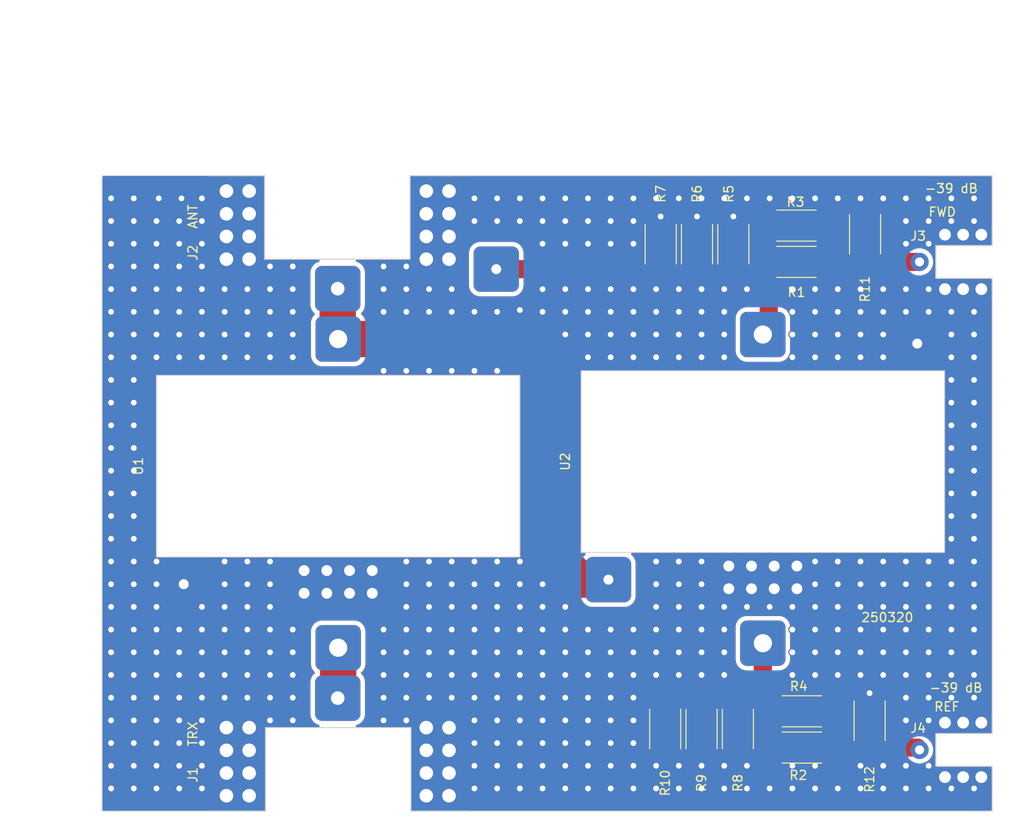
<source format=kicad_pcb>
(kicad_pcb (version 20241229) (generator "pcbnew") (generator_version "9.0")
  (layers (0 "F.Cu" signal) (2 "B.Cu" signal) (13 "F.Paste" user) (15 "B.Paste" user) (5 "F.SilkS" user "F.Silkscreen") (7 "B.SilkS" user "B.Silkscreen") (1 "F.Mask" user) (3 "B.Mask" user) (25 "Edge.Cuts" user))
  (net 0 "")
  (net 1 "Net-(J1-In)")
  (net 2 "GND")
  (net 3 "Net-(J2-In)")
  (net 4 "Net-(J3-In)")
  (net 5 "Net-(J4-In)")
  (net 6 "Net-(U1-CPL)")
  (net 7 "Net-(U2-IN)")
  (footprint "Coupler:coaxial" (layer "F.Cu") (at 191.8 118.25 180)
    (property "Reference" "J4")
    (property "Value" "REF")
    (fp_line (start 6 1.8) (end -0.2 1.8) (stroke (width 0.12)) (layer "Edge.Cuts"))
    (fp_line (start 6 -1.8) (end 6 1.8) (stroke (width 0.12)) (layer "Edge.Cuts"))
    (fp_line (start -0.2 1.8) (end -0.2 3.8) (stroke (width 0.12)) (layer "Edge.Cuts"))
    (fp_line (start -0.2 -1.8) (end 6 -1.8) (stroke (width 0.12)) (layer "Edge.Cuts"))
    (fp_line (start -0.2 -4) (end -0.2 -1.8) (stroke (width 0.12)) (layer "Edge.Cuts"))
  )
  (footprint "Coupler:coaxial" (layer "F.Cu") (at 191.8 64.5 180)
    (property "Reference" "J3")
    (property "Value" "FWD")
    (fp_line (start 6 1.8) (end -0.2 1.8) (stroke (width 0.12)) (layer "Edge.Cuts"))
    (fp_line (start 6 -1.8) (end 6 1.8) (stroke (width 0.12)) (layer "Edge.Cuts"))
    (fp_line (start -0.2 1.8) (end -0.2 3.8) (stroke (width 0.12)) (layer "Edge.Cuts"))
    (fp_line (start -0.2 -1.8) (end 6 -1.8) (stroke (width 0.12)) (layer "Edge.Cuts"))
    (fp_line (start -0.2 -4) (end -0.2 -1.8) (stroke (width 0.12)) (layer "Edge.Cuts"))
  )
  (footprint "Resistor_SMD:R_2512_6332Metric_Pad1.40x3.35mm_HandSolder" (layer "F.Cu") (at 159.5 62.55 90)
    (property "Reference" "R6")
    (property "Value" "316")
  )
  (footprint "Coupler:uhf" (layer "F.Cu") (at 119.9 55 -90)
    (property "Reference" "J2")
    (property "Value" "ANT")
    (fp_line (start 0 8) (end 0 14.2) (stroke (width 0.12)) (layer "Edge.Cuts"))
    (fp_line (start 9.2 8) (end 0 8) (stroke (width 0.12)) (layer "Edge.Cuts"))
    (fp_line (start 0 -8) (end 9.2 -8) (stroke (width 0.12)) (layer "Edge.Cuts"))
    (fp_line (start 9.2 -8) (end 9.2 8) (stroke (width 0.12)) (layer "Edge.Cuts"))
    (fp_line (start 0 -14.2) (end 0 -8) (stroke (width 0.12)) (layer "Edge.Cuts"))
  )
  (footprint "Resistor_SMD:R_2512_6332Metric_Pad1.40x3.35mm_HandSolder" (layer "F.Cu") (at 160 115.95 -90)
    (property "Reference" "R9")
    (property "Value" "316")
  )
  (footprint "Resistor_SMD:R_2512_6332Metric_Pad1.40x3.35mm_HandSolder" (layer "F.Cu") (at 171.05 114 180)
    (property "Reference" "R4")
    (property "Value" "121")
  )
  (footprint "Resistor_SMD:R_2512_6332Metric_Pad1.40x3.35mm_HandSolder" (layer "F.Cu") (at 156 115.95 -90)
    (property "Reference" "R10")
    (property "Value" "316")
  )
  (footprint "Resistor_SMD:R_2512_6332Metric_Pad1.40x3.35mm_HandSolder" (layer "F.Cu") (at 178.5 115.05 90)
    (property "Reference" "R12")
    (property "Value" "105")
  )
  (footprint "Coupler:Coupler" (layer "F.Cu") (at 120 87 90)
    (property "Reference" "U1")
    (property "Value" "1:26")
    (fp_rect (start -10 -20) (end 10 20) (stroke (width 0.1)) (fill no) (layer "Edge.Cuts"))
  )
  (footprint "Resistor_SMD:R_2512_6332Metric_Pad1.40x3.35mm_HandSolder" (layer "F.Cu") (at 164 115.95 -90)
    (property "Reference" "R8")
    (property "Value" "316")
  )
  (footprint "Resistor_SMD:R_2512_6332Metric_Pad1.40x3.35mm_HandSolder" (layer "F.Cu") (at 170.45 64.5 180)
    (property "Reference" "R1")
    (property "Value" "121")
  )
  (footprint "Resistor_SMD:R_2512_6332Metric_Pad1.40x3.35mm_HandSolder" (layer "F.Cu") (at 178 61.45 90)
    (property "Reference" "R11")
    (property "Value" "105")
  )
  (footprint "Resistor_SMD:R_2512_6332Metric_Pad1.40x3.35mm_HandSolder" (layer "F.Cu") (at 171.05 118 180)
    (property "Reference" "R2")
    (property "Value" "121")
  )
  (footprint "Coupler:Coupler" (layer "F.Cu") (at 166.750001 86.5 90)
    (property "Reference" "U2")
    (property "Value" "1:26")
    (fp_rect (start -10 -20) (end 10 20) (stroke (width 0.1)) (fill no) (layer "Edge.Cuts"))
  )
  (footprint "Resistor_SMD:R_2512_6332Metric_Pad1.40x3.35mm_HandSolder" (layer "F.Cu") (at 155.5 62.55 90)
    (property "Reference" "R7")
    (property "Value" "316")
  )
  (footprint "Coupler:uhf" (layer "F.Cu") (at 120 125 90)
    (property "Reference" "J1")
    (property "Value" "TRX")
    (fp_line (start 0 -14.2) (end 0 -8) (stroke (width 0.12)) (layer "Edge.Cuts"))
    (fp_line (start 9.2 -8) (end 9.2 8) (stroke (width 0.12)) (layer "Edge.Cuts"))
    (fp_line (start 0 -8) (end 9.2 -8) (stroke (width 0.12)) (layer "Edge.Cuts"))
    (fp_line (start 9.2 8) (end 0 8) (stroke (width 0.12)) (layer "Edge.Cuts"))
    (fp_line (start 0 8) (end 0 14.2) (stroke (width 0.12)) (layer "Edge.Cuts"))
  )
  (footprint "Resistor_SMD:R_2512_6332Metric_Pad1.40x3.35mm_HandSolder" (layer "F.Cu") (at 170.45 60.5 180)
    (property "Reference" "R3")
    (property "Value" "121")
  )
  (footprint "Resistor_SMD:R_2512_6332Metric_Pad1.40x3.35mm_HandSolder" (layer "F.Cu") (at 163.5 62.55 90)
    (property "Reference" "R5")
    (property "Value" "316")
  )
  (gr_line (start 192 55) (end 192 60.7) (stroke (width 0.1)) (layer "Edge.Cuts"))
  (gr_line (start 192 68.5) (end 192 114.45) (stroke (width 0.1)) (layer "Edge.Cuts"))
  (gr_line (start 105.8 125) (end 94 125) (stroke (width 0.1)) (layer "Edge.Cuts"))
  (gr_line (start 134.1 55) (end 192 55) (stroke (width 0.1)) (layer "Edge.Cuts"))
  (gr_line (start 134.2 125) (end 192 125) (stroke (width 0.1)) (layer "Edge.Cuts"))
  (gr_line (start 105.7 55) (end 94 55) (stroke (width 0.05)) (layer "Edge.Cuts"))
  (gr_line (start 192 122.25) (end 192 125) (stroke (width 0.1)) (layer "Edge.Cuts"))
  (gr_line (start 94 125) (end 94 55) (stroke (width 0.1)) (layer "Edge.Cuts"))
  (gr_text "-39 dB" (at 184.5 57 0) (layer "F.SilkS") (effects (font (size 1 1)) (justify left bottom)))
  (gr_text "250320" (at 177.5 104.25 0) (layer "F.SilkS") (effects (font (size 1 1)) (justify left bottom)))
  (gr_text "-39 dB" (at 185 112 0) (layer "F.SilkS") (effects (font (size 1 1)) (justify left bottom)))
  (segment (start 120 107) (end 120 112.5) (width 4) (layer "F.Cu") (net 1))
  (segment (start 120 112.5) (end 119.95 112.55) (width 4) (layer "F.Cu") (net 1))
  (via (at 185 60) (size 0.889) (drill 0.635) (layers "F.Cu" "B.Cu") (net 2))
  (via (at 140 60) (size 0.889) (drill 0.635) (layers "F.Cu" "B.Cu") (net 2))
  (via (at 97.5 87.5) (size 0.889) (drill 0.635) (layers "F.Cu" "B.Cu") (net 2))
  (via (at 160 67.5) (size 0.889) (drill 0.635) (layers "F.Cu" "B.Cu") (net 2))
  (via (at 160 107.5) (size 0.889) (drill 0.635) (layers "F.Cu" "B.Cu") (net 2))
  (via (at 115 107.5) (size 0.889) (drill 0.635) (layers "F.Cu" "B.Cu") (net 2))
  (via (at 162.5 57.5) (size 0.889) (drill 0.635) (layers "F.Cu" "B.Cu") (net 2))
  (via (at 137.5 102.5) (size 0.889) (drill 0.635) (layers "F.Cu" "B.Cu") (net 2))
  (via (at 102.5 105) (size 0.889) (drill 0.635) (layers "F.Cu" "B.Cu") (net 2))
  (via (at 147.5 120) (size 0.889) (drill 0.635) (layers "F.Cu" "B.Cu") (net 2))
  (via (at 142.5 62.5) (size 0.889) (drill 0.635) (layers "F.Cu" "B.Cu") (net 2))
  (via (at 130 112.5) (size 0.889) (drill 0.635) (layers "F.Cu" "B.Cu") (net 2))
  (via (at 102.75 57.5) (size 0.889) (drill 0.635) (layers "F.Cu" "B.Cu") (net 2))
  (via (at 150 122.5) (size 0.889) (drill 0.635) (layers "F.Cu" "B.Cu") (net 2))
  (via (at 170 75) (size 0.889) (drill 0.635) (layers "F.Cu" "B.Cu") (net 2))
  (via (at 107.5 100) (size 0.889) (drill 0.635) (layers "F.Cu" "B.Cu") (net 2))
  (via (at 97.5 82.5) (size 0.889) (drill 0.635) (layers "F.Cu" "B.Cu") (net 2))
  (via (at 112.5 115) (size 0.889) (drill 0.635) (layers "F.Cu" "B.Cu") (net 2))
  (via (at 125 112.5) (size 0.889) (drill 0.635) (layers "F.Cu" "B.Cu") (net 2))
  (via (at 172.5 120) (size 0.889) (drill 0.635) (layers "F.Cu" "B.Cu") (net 2))
  (via (at 132.5 70) (size 0.889) (drill 0.635) (layers "F.Cu" "B.Cu") (net 2))
  (via (at 95 100) (size 0.889) (drill 0.635) (layers "F.Cu" "B.Cu") (net 2))
  (via (at 142.5 112.5) (size 0.889) (drill 0.635) (layers "F.Cu" "B.Cu") (net 2))
  (via (at 187.5 57.5) (size 0.889) (drill 0.635) (layers "F.Cu" "B.Cu") (net 2))
  (via (at 187.5 110) (size 0.889) (drill 0.635) (layers "F.Cu" "B.Cu") (net 2))
  (via (at 159.5 59.5) (size 0.889) (drill 0.635) (layers "F.Cu" "B.Cu") (net 2))
  (via (at 112.5 65) (size 0.889) (drill 0.635) (layers "F.Cu" "B.Cu") (net 2))
  (via (at 95 122.5) (size 0.889) (drill 0.635) (layers "F.Cu" "B.Cu") (net 2))
  (via (at 152.5 105) (size 0.889) (drill 0.635) (layers "F.Cu" "B.Cu") (net 2))
  (via (at 100 67.5) (size 0.889) (drill 0.635) (layers "F.Cu" "B.Cu") (net 2))
  (via (at 155 70) (size 0.889) (drill 0.635) (layers "F.Cu" "B.Cu") (net 2))
  (via (at 150 57.5) (size 0.889) (drill 0.635) (layers "F.Cu" "B.Cu") (net 2))
  (via (at 145 115) (size 0.889) (drill 0.635) (layers "F.Cu" "B.Cu") (net 2))
  (via (at 102.5 110) (size 0.889) (drill 0.635) (layers "F.Cu" "B.Cu") (net 2))
  (via (at 110 110) (size 0.889) (drill 0.635) (layers "F.Cu" "B.Cu") (net 2))
  (via (at 125 65) (size 0.889) (drill 0.635) (layers "F.Cu" "B.Cu") (net 2))
  (via (at 142.5 117.5) (size 0.889) (drill 0.635) (layers "F.Cu" "B.Cu") (net 2))
  (via (at 105 60) (size 0.889) (drill 0.635) (layers "F.Cu" "B.Cu") (net 2))
  (via (at 135 102.5) (size 0.889) (drill 0.635) (layers "F.Cu" "B.Cu") (net 2))
  (via (at 182.5 57.5) (size 0.889) (drill 0.635) (layers "F.Cu" "B.Cu") (net 2))
  (via (at 135 110) (size 0.889) (drill 0.635) (layers "F.Cu" "B.Cu") (net 2))
  (via (at 147.5 115) (size 0.889) (drill 0.635) (layers "F.Cu" "B.Cu") (net 2))
  (via (at 97.5 65) (size 0.889) (drill 0.635) (layers "F.Cu" "B.Cu") (net 2))
  (via (at 157.5 67.5) (size 0.889) (drill 0.635) (layers "F.Cu" "B.Cu") (net 2))
  (via (at 145 60) (size 0.889) (drill 0.635) (layers "F.Cu" "B.Cu") (net 2))
  (via (at 110 75) (size 0.889) (drill 0.635) (layers "F.Cu" "B.Cu") (net 2))
  (via (at 190 75) (size 0.889) (drill 0.635) (layers "F.Cu" "B.Cu") (net 2))
  (via (at 107.5 70) (size 0.889) (drill 0.635) (layers "F.Cu" "B.Cu") (net 2))
  (via (at 182.5 122.5) (size 0.889) (drill 0.635) (layers "F.Cu" "B.Cu") (net 2))
  (via (at 95 57.5) (size 0.889) (drill 0.635) (layers "F.Cu" "B.Cu") (net 2))
  (via (at 95 102.5) (size 0.889) (drill 0.635) (layers "F.Cu" "B.Cu") (net 2))
  (via (at 102.5 120) (size 0.889) (drill 0.635) (layers "F.Cu" "B.Cu") (net 2))
  (via (at 180 110) (size 0.889) (drill 0.635) (layers "F.Cu" "B.Cu") (net 2))
  (via (at 137.5 97.5) (size 0.889) (drill 0.635) (layers "F.Cu" "B.Cu") (net 2))
  (via (at 175 57.5) (size 0.889) (drill 0.635) (layers "F.Cu" "B.Cu") (net 2))
  (via (at 150 105) (size 0.889) (drill 0.635) (layers "F.Cu" "B.Cu") (net 2))
  (via (at 112.5 112.5) (size 0.889) (drill 0.635) (layers "F.Cu" "B.Cu") (net 2))
  (via (at 100 62.5) (size 0.889) (drill 0.635) (layers "F.Cu" "B.Cu") (net 2))
  (via (at 147.5 72.5) (size 0.889) (drill 0.635) (layers "F.Cu" "B.Cu") (net 2))
  (via (at 185 110) (size 0.889) (drill 0.635) (layers "F.Cu" "B.Cu") (net 2))
  (via (at 185 70) (size 0.889) (drill 0.635) (layers "F.Cu" "B.Cu") (net 2))
  (via (at 165 120) (size 0.889) (drill 0.635) (layers "F.Cu" "B.Cu") (net 2))
  (via (at 170 120) (size 0.889) (drill 0.635) (layers "F.Cu" "B.Cu") (net 2))
  (via (at 190 60) (size 0.889) (drill 0.635) (layers "F.Cu" "B.Cu") (net 2))
  (via (at 125 67.5) (size 0.889) (drill 0.635) (layers "F.Cu" "B.Cu") (net 2))
  (via (at 165 57.5) (size 0.889) (drill 0.635) (layers "F.Cu" "B.Cu") (net 2))
  (via (at 145 122.5) (size 0.889) (drill 0.635) (layers "F.Cu" "B.Cu") (net 2))
  (via (at 190 92.5) (size 0.889) (drill 0.635) (layers "F.Cu" "B.Cu") (net 2))
  (via (at 187.5 75) (size 0.889) (drill 0.635) (layers "F.Cu" "B.Cu") (net 2))
  (via (at 187.5 107.5) (size 0.889) (drill 0.635) (layers "F.Cu" "B.Cu") (net 2))
  (via (at 97.5 77.5) (size 0.889) (drill 0.635) (layers "F.Cu" "B.Cu") (net 2))
  (via (at 95 92.5) (size 0.889) (drill 0.635) (layers "F.Cu" "B.Cu") (net 2))
  (via (at 187.5 70) (size 0.889) (drill 0.635) (layers "F.Cu" "B.Cu") (net 2))
  (via (at 185 100) (size 0.889) (drill 0.635) (layers "F.Cu" "B.Cu") (net 2))
  (via (at 135 60) (size 0.889) (drill 0.635) (layers "F.Cu" "B.Cu") (net 2))
  (via (at 185 120) (size 0.889) (drill 0.635) (layers "F.Cu" "B.Cu") (net 2))
  (via (at 155 100) (size 0.889) (drill 0.635) (layers "F.Cu" "B.Cu") (net 2))
  (via (at 152.5 112.5) (size 0.889) (drill 0.635) (layers "F.Cu" "B.Cu") (net 2))
  (via (at 105 70) (size 0.889) (drill 0.635) (layers "F.Cu" "B.Cu") (net 2))
  (via (at 175 67.5) (size 0.889) (drill 0.635) (layers "F.Cu" "B.Cu") (net 2))
  (via (at 105 117.5) (size 0.889) (drill 0.635) (layers "F.Cu" "B.Cu") (net 2))
  (via (at 97.5 75) (size 0.889) (drill 0.635) (layers "F.Cu" "B.Cu") (net 2))
  (via (at 105 62.5) (size 0.889) (drill 0.635) (layers "F.Cu" "B.Cu") (net 2))
  (via (at 162.5 70) (size 0.889) (drill 0.635) (layers "F.Cu" "B.Cu") (net 2))
  (via (at 165 122.5) (size 0.889) (drill 0.635) (layers "F.Cu" "B.Cu") (net 2))
  (via (at 140 120) (size 0.889) (drill 0.635) (layers "F.Cu" "B.Cu") (net 2))
  (via (at 182.5 60) (size 0.889) (drill 0.635) (layers "F.Cu" "B.Cu") (net 2))
  (via (at 137.5 105) (size 0.889) (drill 0.635) (layers "F.Cu" "B.Cu") (net 2))
  (via (at 130 107.5) (size 0.889) (drill 0.635) (layers "F.Cu" "B.Cu") (net 2))
  (via (at 105 107.5) (size 0.889) (drill 0.635) (layers "F.Cu" "B.Cu") (net 2))
  (via (at 162.5 67.5) (size 0.889) (drill 0.635) (layers "F.Cu" "B.Cu") (net 2))
  (via (at 95 82.5) (size 0.889) (drill 0.635) (layers "F.Cu" "B.Cu") (net 2))
  (via (at 115 110) (size 0.889) (drill 0.635) (layers "F.Cu" "B.Cu") (net 2))
  (via (at 127.5 65) (size 0.889) (drill 0.635) (layers "F.Cu" "B.Cu") (net 2))
  (via (at 147.5 75) (size 0.889) (drill 0.635) (layers "F.Cu" "B.Cu") (net 2))
  (via (at 130 110) (size 0.889) (drill 0.635) (layers "F.Cu" "B.Cu") (net 2))
  (via (at 185 97.5) (size 0.889) (drill 0.635) (layers "F.Cu" "B.Cu") (net 2))
  (via (at 160 72.5) (size 0.889) (drill 0.635) (layers "F.Cu" "B.Cu") (net 2))
  (via (at 97.5 70) (size 0.889) (drill 0.635) (layers "F.Cu" "B.Cu") (net 2))
  (via (at 180 105) (size 0.889) (drill 0.635) (layers "F.Cu" "B.Cu") (net 2))
  (via (at 97.5 105) (size 0.889) (drill 0.635) (layers "F.Cu" "B.Cu") (net 2))
  (via (at 112.5 107.5) (size 0.889) (drill 0.635) (layers "F.Cu" "B.Cu") (net 2))
  (via (at 100 97.5) (size 0.889) (drill 0.635) (layers "F.Cu" "B.Cu") (net 2))
  (via (at 112.5 102.5) (size 0.889) (drill 0.635) (layers "F.Cu" "B.Cu") (net 2))
  (via (at 125 115) (size 0.889) (drill 0.635) (layers "F.Cu" "B.Cu") (net 2))
  (via (at 105 102.5) (size 0.889) (drill 0.635) (layers "F.Cu" "B.Cu") (net 2))
  (via (at 95 60) (size 0.889) (drill 0.635) (layers "F.Cu" "B.Cu") (net 2))
  (via (at 147.5 60) (size 0.889) (drill 0.635) (layers "F.Cu" "B.Cu") (net 2))
  (via (at 190 82.5) (size 0.889) (drill 0.635) (layers "F.Cu" "B.Cu") (net 2))
  (via (at 145 62.5) (size 0.889) (drill 0.635) (layers "F.Cu" "B.Cu") (net 2))
  (via (at 152.5 70) (size 0.889) (drill 0.635) (layers "F.Cu" "B.Cu") (net 2))
  (via (at 155 102.5) (size 0.889) (drill 0.635) (layers "F.Cu" "B.Cu") (net 2))
  (via (at 162.5 105) (size 0.889) (drill 0.635) (layers "F.Cu" "B.Cu") (net 2))
  (via (at 160 75) (size 0.889) (drill 0.635) (layers "F.Cu" "B.Cu") (net 2))
  (via (at 150 110) (size 0.889) (drill 0.635) (layers "F.Cu" "B.Cu") (net 2))
  (via (at 190 112.5) (size 0.889) (drill 0.635) (layers "F.Cu" "B.Cu") (net 2))
  (via (at 137.5 76.5) (size 0.889) (drill 0.635) (layers "F.Cu" "B.Cu") (net 2))
  (via (at 145 57.5) (size 0.889) (drill 0.635) (layers "F.Cu" "B.Cu") (net 2))
  (via (at 132.5 112.5) (size 0.889) (drill 0.635) (layers "F.Cu" "B.Cu") (net 2))
  (via (at 180 122.5) (size 0.889) (drill 0.635) (layers "F.Cu" "B.Cu") (net 2))
  (via (at 185 115) (size 0.889) (drill 0.635) (layers "F.Cu" "B.Cu") (net 2))
  (via (at 187.5 100) (size 0.889) (drill 0.635) (layers "F.Cu" "B.Cu") (net 2))
  (via (at 160 57.5) (size 0.889) (drill 0.635) (layers "F.Cu" "B.Cu") (net 2))
  (via (at 112.5 105) (size 0.889) (drill 0.635) (layers "F.Cu" "B.Cu") (net 2))
  (via (at 157.5 120) (size 0.889) (drill 0.635) (layers "F.Cu" "B.Cu") (net 2))
  (via (at 163.5 59.5) (size 0.889) (drill 0.635) (layers "F.Cu" "B.Cu") (net 2))
  (via (at 165 67.5) (size 0.889) (drill 0.635) (layers "F.Cu" "B.Cu") (net 2))
  (via (at 140 69.8015) (size 0.889) (drill 0.635) (layers "F.Cu" "B.Cu") (net 2))
  (via (at 107.5 105) (size 0.889) (drill 0.635) (layers "F.Cu" "B.Cu") (net 2))
  (via (at 172.5 100) (size 0.889) (drill 0.635) (layers "F.Cu" "B.Cu") (net 2))
  (via (at 157.5 97.5) (size 0.889) (drill 0.635) (layers "F.Cu" "B.Cu") (net 2))
  (via (at 182.5 97.5) (size 0.889) (drill 0.635) (layers "F.Cu" "B.Cu") (net 2))
  (via (at 155 72.5) (size 0.889) (drill 0.635) (layers "F.Cu" "B.Cu") (net 2))
  (via (at 105 110) (size 0.889) (drill 0.635) (layers "F.Cu" "B.Cu") (net 2))
  (via (at 177.5 110) (size 0.889) (drill 0.635) (layers "F.Cu" "B.Cu") (net 2))
  (via (at 125 110) (size 0.889) (drill 0.635) (layers "F.Cu" "B.Cu") (net 2))
  (via (at 130 102.5) (size 0.889) (drill 0.635) (layers "F.Cu" "B.Cu") (net 2))
  (via (at 97.5 107.5) (size 0.889) (drill 0.635) (layers "F.Cu" "B.Cu") (net 2))
  (via (at 155 67.5) (size 0.889) (drill 0.635) (layers "F.Cu" "B.Cu") (net 2))
  (via (at 147.5 107.5) (size 0.889) (drill 0.635) (layers "F.Cu" "B.Cu") (net 2))
  (via (at 132.5 97.5) (size 0.889) (drill 0.635) (layers "F.Cu" "B.Cu") (net 2))
  (via (at 142.5 60) (size 0.889) (drill 0.635) (layers "F.Cu" "B.Cu") (net 2))
  (via (at 95 77.5) (size 0.889) (drill 0.635) (layers "F.Cu" "B.Cu") (net 2))
  (via (at 97.5 95) (size 0.889) (drill 0.635) (layers "F.Cu" "B.Cu") (net 2))
  (via (at 100 65) (size 0.889) (drill 0.635) (layers "F.Cu" "B.Cu") (net 2))
  (via (at 150 67.5) (size 0.889) (drill 0.635) (layers "F.Cu" "B.Cu") (net 2))
  (via (at 140 117.5) (size 0.889) (drill 0.635) (layers "F.Cu" "B.Cu") (net 2))
  (via (at 140 122.5) (size 0.889) (drill 0.635) (layers "F.Cu" "B.Cu") (net 2))
  (via (at 170 107.5) (size 0.889) (drill 0.635) (layers "F.Cu" "B.Cu") (net 2))
  (via (at 140 105) (size 0.889) (drill 0.635) (layers "F.Cu" "B.Cu") (net 2))
  (via (at 190 102.5) (size 0.889) (drill 0.635) (layers "F.Cu" "B.Cu") (net 2))
  (via (at 182.5 112.5) (size 0.889) (drill 0.635) (layers "F.Cu" "B.Cu") (net 2))
  (via (at 135 105) (size 0.889) (drill 0.635) (layers "F.Cu" "B.Cu") (net 2))
  (via (at 112.5 72.5) (size 0.889) (drill 0.635) (layers "F.Cu" "B.Cu") (net 2))
  (via (at 115 115) (size 0.889) (drill 0.635) (layers "F.Cu" "B.Cu") (net 2))
  (via (at 157.5 75) (size 0.889) (drill 0.635) (layers "F.Cu" "B.Cu") (net 2))
  (via (at 142.5 70) (size 0.889) (drill 0.635) (layers "F.Cu" "B.Cu") (net 2))
  (via (at 187.5 97.5) (size 0.889) (drill 0.635) (layers "F.Cu" "B.Cu") (net 2))
  (via (at 127.5 102.5) (size 0.889) (drill 0.635) (layers "F.Cu" "B.Cu") (net 2))
  (via (at 112.5 110) (size 0.889) (drill 0.635) (layers "F.Cu" "B.Cu") (net 2))
  (via (at 152.5 67.5) (size 0.889) (drill 0.635) (layers "F.Cu" "B.Cu") (net 2))
  (via (at 160 110) (size 0.889) (drill 0.635) (layers "F.Cu" "B.Cu") (net 2))
  (via (at 187.5 90) (size 0.889) (drill 0.635) (layers "F.Cu" "B.Cu") (net 2))
  (via (at 127.5 110) (size 0.889) (drill 0.635) (layers "F.Cu" "B.Cu") (net 2))
  (via (at 95 95) (size 0.889) (drill 0.635) (layers "F.Cu" "B.Cu") (net 2))
  (via (at 177.5 67.5) (size 0.889) (drill 0.635) (layers "F.Cu" "B.Cu") (net 2))
  (via (at 190 80) (size 0.889) (drill 0.635) (layers "F.Cu" "B.Cu") (net 2))
  (via (at 95 105) (size 0.889) (drill 0.635) (layers "F.Cu" "B.Cu") (net 2))
  (via (at 175 97.5) (size 0.889) (drill 0.635) (layers "F.Cu" "B.Cu") (net 2))
  (via (at 175 110) (size 0.889) (drill 0.635) (layers "F.Cu" "B.Cu") (net 2))
  (via (at 155 105) (size 0.889) (drill 0.635) (layers "F.Cu" "B.Cu") (net 2))
  (via (at 170 110) (size 0.889) (drill 0.635) (layers "F.Cu" "B.Cu") (net 2))
  (via (at 157.5 105) (size 0.889) (drill 0.635) (layers "F.Cu" "B.Cu") (net 2))
  (via (at 172.5 102.5) (size 0.889) (drill 0.635) (layers "F.Cu" "B.Cu") (net 2))
  (via (at 190 90) (size 0.889) (drill 0.635) (layers "F.Cu" "B.Cu") (net 2))
  (via (at 137.5 120) (size 0.889) (drill 0.635) (layers "F.Cu" "B.Cu") (net 2))
  (via (at 145 72.5) (size 0.889) (drill 0.635) (layers "F.Cu" "B.Cu") (net 2))
  (via (at 145 67.5) (size 0.889) (drill 0.635) (layers "F.Cu" "B.Cu") (net 2))
  (via (at 107.5 67.5) (size 0.889) (drill 0.635) (layers "F.Cu" "B.Cu") (net 2))
  (via (at 112.5 67.5) (size 0.889) (drill 0.635) (layers "F.Cu" "B.Cu") (net 2))
  (via (at 137.5 112.5) (size 0.889) (drill 0.635) (layers "F.Cu" "B.Cu") (net 2))
  (via (at 162.5 122.5) (size 0.889) (drill 0.635) (layers "F.Cu" "B.Cu") (net 2))
  (via (at 177.5 75) (size 0.889) (drill 0.635) (layers "F.Cu" "B.Cu") (net 2))
  (via (at 157.5 72.5) (size 0.889) (drill 0.635) (layers "F.Cu" "B.Cu") (net 2))
  (via (at 97.5 115) (size 0.889) (drill 0.635) (layers "F.Cu" "B.Cu") (net 2))
  (via (at 137.5 110) (size 0.889) (drill 0.635) (layers "F.Cu" "B.Cu") (net 2))
  (via (at 135 122.5) (size 0.889) (drill 0.635) (layers "F.Cu" "B.Cu") (net 2))
  (via (at 145 110) (size 0.889) (drill 0.635) (layers "F.Cu" "B.Cu") (net 2))
  (via (at 130 70) (size 0.889) (drill 0.635) (layers "F.Cu" "B.Cu") (net 2))
  (via (at 155 110) (size 0.889) (drill 0.635) (layers "F.Cu" "B.Cu") (net 2))
  (via (at 150 120) (size 0.889) (drill 0.635) (layers "F.Cu" "B.Cu") (net 2))
  (via (at 172.5 122.5) (size 0.889) (drill 0.635) (layers "F.Cu" "B.Cu") (net 2))
  (via (at 127.5 67.5) (size 0.889) (drill 0.635) (layers "F.Cu" "B.Cu") (net 2))
  (via (at 142.5 57.5) (size 0.889) (drill 0.635) (layers "F.Cu" "B.Cu") (net 2))
  (via (at 135 76.5) (size 0.889) (drill 0.635) (layers "F.Cu" "B.Cu") (net 2))
  (via (at 182.5 120) (size 0.889) (drill 0.635) (layers "F.Cu" "B.Cu") (net 2))
  (via (at 155.5 59.5) (size 0.889) (drill 0.635) (layers "F.Cu" "B.Cu") (net 2))
  (via (at 182.5 105) (size 0.889) (drill 0.635) (layers "F.Cu" "B.Cu") (net 2))
  (via (at 95 120) (size 0.889) (drill 0.635) (layers "F.Cu" "B.Cu") (net 2))
  (via (at 100 112.5) (size 0.889) (drill 0.635) (layers "F.Cu" "B.Cu") (net 2))
  (via (at 160 102.5) (size 0.889) (drill 0.635) (layers "F.Cu" "B.Cu") (net 2))
  (via (at 135 117.5) (size 0.889) (drill 0.635) (layers "F.Cu" "B.Cu") (net 2))
  (via (at 162.5 102.5) (size 0.889) (drill 0.635) (layers "F.Cu" "B.Cu") (net 2))
  (via (at 95 90) (size 0.889) (drill 0.635) (layers "F.Cu" "B.Cu") (net 2))
  (via (at 182.5 67.5) (size 0.889) (drill 0.635) (layers "F.Cu" "B.Cu") (net 2))
  (via (at 172.5 70) (size 0.889) (drill 0.635) (layers "F.Cu" "B.Cu") (net 2))
  (via (at 180 120) (size 0.889) (drill 0.635) (layers "F.Cu" "B.Cu") (net 2))
  (via (at 145 107.5) (size 0.889) (drill 0.635) (layers "F.Cu" "B.Cu") (net 2))
  (via (at 190 95) (size 0.889) (drill 0.635) (layers "F.Cu" "B.Cu") (net 2))
  (via (at 135 70) (size 0.889) (drill 0.635) (layers "F.Cu" "B.Cu") (net 2))
  (via (at 155 57.5) (size 0.889) (drill 0.635) (layers "F.Cu" "B.Cu") (net 2))
  (via (at 177.5 102.5) (size 0.889) (drill 0.635) (layers "F.Cu" "B.Cu") (net 2))
  (via (at 150 117.5) (size 0.889) (drill 0.635) (layers "F.Cu" "B.Cu") (net 2))
  (via (at 145 70) (size 0.889) (drill 0.635) (layers "F.Cu" "B.Cu") (net 2))
  (via (at 182.5 70) (size 0.889) (drill 0.635) (layers "F.Cu" "B.Cu") (net 2))
  (via (at 177.5 100) (size 0.889) (drill 0.635) (layers "F.Cu" "B.Cu") (net 2))
  (via (at 175 107.5) (size 0.889) (drill 0.635) (layers "F.Cu" "B.Cu") (net 2))
  (via (at 172.5 105) (size 0.889) (drill 0.635) (layers "F.Cu" "B.Cu") (net 2))
  (via (at 115 70) (size 0.889) (drill 0.635) (layers "F.Cu" "B.Cu") (net 2))
  (via (at 140 57.5) (size 0.889) (drill 0.635) (layers "F.Cu" "B.Cu") (net 2))
  (via (at 95 65) (size 0.889) (drill 0.635) (layers "F.Cu" "B.Cu") (net 2))
  (via (at 102.5 60) (size 0.889) (drill 0.635) (layers "F.Cu" "B.Cu") (net 2))
  (via (at 95 75) (size 0.889) (drill 0.635) (layers "F.Cu" "B.Cu") (net 2))
  (via (at 97.5 100) (size 0.889) (drill 0.635) (layers "F.Cu" "B.Cu") (net 2))
  (via (at 127.5 97.5) (size 0.889) (drill 0.635) (layers "F.Cu" "B.Cu") (net 2))
  (via (at 160 97.5) (size 0.889) (drill 0.635) (layers "F.Cu" "B.Cu") (net 2))
  (via (at 140 102.5) (size 0.889) (drill 0.635) (layers "F.Cu" "B.Cu") (net 2))
  (via (at 175 102.5) (size 0.889) (drill 0.635) (layers "F.Cu" "B.Cu") (net 2))
  (via (at 180 100) (size 0.889) (drill 0.635) (layers "F.Cu" "B.Cu") (net 2))
  (via (at 100 72.5) (size 0.889) (drill 0.635) (layers "F.Cu" "B.Cu") (net 2))
  (via (at 100 120) (size 0.889) (drill 0.635) (layers "F.Cu" "B.Cu") (net 2))
  (via (at 162.5 107.5) (size 0.889) (drill 0.635) (layers "F.Cu" "B.Cu") (net 2))
  (via (at 95 80) (size 0.889) (drill 0.635) (layers "F.Cu" "B.Cu") (net 2))
  (via (at 125 70) (size 0.889) (drill 0.635) (layers "F.Cu" "B.Cu") (net 2))
  (via (at 135 57.5) (size 0.889) (drill 0.635) (layers "F.Cu" "B.Cu") (net 2))
  (via (at 147.5 112.5) (size 0.889) (drill 0.635) (layers "F.Cu" "B.Cu") (net 2))
  (via (at 102.5 117.5) (size 0.889) (drill 0.635) (layers "F.Cu" "B.Cu") (net 2))
  (via (at 105 120) (size 0.889) (drill 0.635) (layers "F.Cu" "B.Cu") (net 2))
  (via (at 105 122.5) (size 0.889) (drill 0.635) (layers "F.Cu" "B.Cu") (net 2))
  (via (at 155 97.5) (size 0.889) (drill 0.635) (layers "F.Cu" "B.Cu") (net 2))
  (via (at 180 67.5) (size 0.889) (drill 0.635) (layers "F.Cu" "B.Cu") (net 2))
  (via (at 100 70) (size 0.889) (drill 0.635) (layers "F.Cu" "B.Cu") (net 2))
  (via (at 97.5 62.5) (size 0.889) (drill 0.635) (layers "F.Cu" "B.Cu") (net 2))
  (via (at 97.5 92.5) (size 0.889) (drill 0.635) (layers "F.Cu" "B.Cu") (net 2))
  (via (at 132.5 107.5) (size 0.889) (drill 0.635) (layers "F.Cu" "B.Cu") (net 2))
  (via (at 140 97.5) (size 0.889) (drill 0.635) (layers "F.Cu" "B.Cu") (net 2))
  (via (at 105 57.5) (size 0.889) (drill 0.635) (layers "F.Cu" "B.Cu") (net 2))
  (via (at 155 107.5) (size 0.889) (drill 0.635) (layers "F.Cu" "B.Cu") (net 2))
  (via (at 95 85) (size 0.889) (drill 0.635) (layers "F.Cu" "B.Cu") (net 2))
  (via (at 137.5 70) (size 0.889) (drill 0.635) (layers "F.Cu" "B.Cu") (net 2))
  (via (at 172.5 72.5) (size 0.889) (drill 0.635) (layers "F.Cu" "B.Cu") (net 2))
  (via (at 100 117.5) (size 0.889) (drill 0.635) (layers "F.Cu" "B.Cu") (net 2))
  (via (at 182.5 110) (size 0.889) (drill 0.635) (layers "F.Cu" "B.Cu") (net 2))
  (via (at 107.5 75) (size 0.889) (drill 0.635) (layers "F.Cu" "B.Cu") (net 2))
  (via (at 127.5 107.5) (size 0.889) (drill 0.635) (layers "F.Cu" "B.Cu") (net 2))
  (via (at 97.5 72.5) (size 0.889) (drill 0.635) (layers "F.Cu" "B.Cu") (net 2))
  (via (at 187.5 95) (size 0.889) (drill 0.635) (layers "F.Cu" "B.Cu") (net 2))
  (via (at 172.5 97.5) (size 0.889) (drill 0.635) (layers "F.Cu" "B.Cu") (net 2))
  (via (at 135 107.5) (size 0.889) (drill 0.635) (layers "F.Cu" "B.Cu") (net 2))
  (via (at 142.5 102.5) (size 0.889) (drill 0.635) (layers "F.Cu" "B.Cu") (net 2))
  (via (at 187.5 87.5) (size 0.889) (drill 0.635) (layers "F.Cu" "B.Cu") (net 2))
  (via (at 170 122.5) (size 0.889) (drill 0.635) (layers "F.Cu" "B.Cu") (net 2))
  (via (at 97.5 110) (size 0.889) (drill 0.635) (layers "F.Cu" "B.Cu") (net 2))
  (via (at 115 75) (size 0.889) (drill 0.635) (layers "F.Cu" "B.Cu") (net 2))
  (via (at 175 105) (size 0.889) (drill 0.635) (layers "F.Cu" "B.Cu") (net 2))
  (via (at 155 122.5) (size 0.889) (drill 0.635) (layers "F.Cu" "B.Cu") (net 2))
  (via (at 155 120) (size 0.889) (drill 0.635) (layers "F.Cu" "B.Cu") (net 2))
  (via (at 187.5 77.5) (size 0.889) (drill 0.635) (layers "F.Cu" "B.Cu") (net 2))
  (via (at 190 105) (size 0.889) (drill 0.635) (layers "F.Cu" "B.Cu") (net 2))
  (via (at 102.5 70) (size 0.889) (drill 0.635) (layers "F.Cu" "B.Cu") (net 2))
  (via (at 190 122.5) (size 0.889) (drill 0.635) (layers "F.Cu" "B.Cu") (net 2))
  (via (at 160 122.5) (size 0.889) (drill 0.635) (layers "F.Cu" "B.Cu") (net 2))
  (via (at 190 97.5) (size 0.889) (drill 0.635) (layers "F.Cu" "B.Cu") (net 2))
  (via (at 115 72.5) (size 0.889) (drill 0.635) (layers "F.Cu" "B.Cu") (net 2))
  (via (at 110 72.5) (size 0.889) (drill 0.635) (layers "F.Cu" "B.Cu") (net 2))
  (via (at 190 57.5) (size 0.889) (drill 0.635) (layers "F.Cu" "B.Cu") (net 2))
  (via (at 95 107.5) (size 0.889) (drill 0.635) (layers "F.Cu" "B.Cu") (net 2))
  (via (at 162.5 120) (size 0.889) (drill 0.635) (layers "F.Cu" "B.Cu") (net 2))
  (via (at 177.5 72.5) (size 0.889) (drill 0.635) (layers "F.Cu" "B.Cu") (net 2))
  (via (at 110 107.5) (size 0.889) (drill 0.635) (layers "F.Cu" "B.Cu") (net 2))
  (via (at 180 102.5) (size 0.889) (drill 0.635) (layers "F.Cu" "B.Cu") (net 2))
  (via (at 170 72.5) (size 0.889) (drill 0.635) (layers "F.Cu" "B.Cu") (net 2))
  (via (at 182.5 102.5) (size 0.889) (drill 0.635) (layers "F.Cu" "B.Cu") (net 2))
  (via (at 162.5 72.5) (size 0.889) (drill 0.635) (layers "F.Cu" "B.Cu") (net 2))
  (via (at 102.5 75) (size 0.889) (drill 0.635) (layers "F.Cu" "B.Cu") (net 2))
  (via (at 102.5 62.5) (size 0.889) (drill 0.635) (layers "F.Cu" "B.Cu") (net 2))
  (via (at 177.5 122.5) (size 0.889) (drill 0.635) (layers "F.Cu" "B.Cu") (net 2))
  (via (at 185 57.5) (size 0.889) (drill 0.635) (layers "F.Cu" "B.Cu") (net 2))
  (via (at 102.5 67.5) (size 0.889) (drill 0.635) (layers "F.Cu" "B.Cu") (net 2))
  (via (at 95 117.5) (size 0.889) (drill 0.635) (layers "F.Cu" "B.Cu") (net 2))
  (via (at 127.5 115) (size 0.889) (drill 0.635) (layers "F.Cu" "B.Cu") (net 2))
  (via (at 187.5 112.5) (size 0.889) (drill 0.635) (layers "F.Cu" "B.Cu") (net 2))
  (via (at 105 112.5) (size 0.889) (drill 0.635) (layers "F.Cu" "B.Cu") (net 2))
  (via (at 137.5 117.5) (size 0.889) (drill 0.635) (layers "F.Cu" "B.Cu") (net 2))
  (via (at 167.5 102.5) (size 0.889) (drill 0.635) (layers "F.Cu" "B.Cu") (net 2))
  (via (at 125 107.5) (size 0.889) (drill 0.635) (layers "F.Cu" "B.Cu") (net 2))
  (via (at 145 112.5) (size 0.889) (drill 0.635) (layers "F.Cu" "B.Cu") (net 2))
  (via (at 107.5 72.5) (size 0.889) (drill 0.635) (layers "F.Cu" "B.Cu") (net 2))
  (via (at 142.5 105) (size 0.889) (drill 0.635) (layers "F.Cu" "B.Cu") (net 2))
  (via (at 132.5 67.5) (size 0.889) (drill 0.635) (layers "F.Cu" "B.Cu") (net 2))
  (via (at 157.5 70) (size 0.889) (drill 0.635) (layers "F.Cu" "B.Cu") (net 2))
  (via (at 125 76.5) (size 0.889) (drill 0.635) (layers "F.Cu" "B.Cu") (net 2))
  (via (at 107.5 97.5) (size 0.889) (drill 0.635) (layers "F.Cu" "B.Cu") (net 2))
  (via (at 137.5 122.5) (size 0.889) (drill 0.635) (layers "F.Cu" "B.Cu") (net 2))
  (via (at 157.5 57.5) (size 0.889) (drill 0.635) (layers "F.Cu" "B.Cu") (net 2))
  (via (at 135 115) (size 0.889) (drill 0.635) (layers "F.Cu" "B.Cu") (net 2))
  (via (at 185 105) (size 0.889) (drill 0.635) (layers "F.Cu" "B.Cu") (net 2))
  (via (at 190 77.5) (size 0.889) (drill 0.635) (layers "F.Cu" "B.Cu") (net 2))
  (via (at 107.5 102.5) (size 0.889) (drill 0.635) (layers "F.Cu" "B.Cu") (net 2))
  (via (at 185 102.5) (size 0.889) (drill 0.635) (layers "F.Cu" "B.Cu") (net 2))
  (via (at 105 105) (size 0.889) (drill 0.635) (layers "F.Cu" "B.Cu") (net 2))
  (via (at 97.5 85) (size 0.889) (drill 0.635) (layers "F.Cu" "B.Cu") (net 2))
  (via (at 190 100) (size 0.889) (drill 0.635) (layers "F.Cu" "B.Cu") (net 2))
  (via (at 170 105) (size 0.889) (drill 0.635) (layers "F.Cu" "B.Cu") (net 2))
  (via (at 180 107.5) (size 0.889) (drill 0.635) (layers "F.Cu" "B.Cu") (net 2))
  (via (at 102.5 65) (size 0.889) (drill 0.635) (layers "F.Cu" "B.Cu") (net 2))
  (via (at 140 115) (size 0.889) (drill 0.635) (layers "F.Cu" "B.Cu") (net 2))
  (via (at 172.5 57.5) (size 0.889) (drill 0.635) (layers "F.Cu" "B.Cu") (net 2))
  (via (at 105 75) (size 0.889) (drill 0.635) (layers "F.Cu" "B.Cu") (net 2))
  (via (at 100 60) (size 0.889) (drill 0.635) (layers "F.Cu" "B.Cu") (net 2))
  (via (at 102.5 122.5) (size 0.889) (drill 0.635) (layers "F.Cu" "B.Cu") (net 2))
  (via (at 187.5 82.5) (size 0.889) (drill 0.635) (layers "F.Cu" "B.Cu") (net 2))
  (via (at 177.5 107.5) (size 0.889) (drill 0.635) (layers "F.Cu" "B.Cu") (net 2))
  (via (at 142.5 122.5) (size 0.889) (drill 0.635) (layers "F.Cu" "B.Cu") (net 2))
  (via (at 187.5 80) (size 0.889) (drill 0.635) (layers "F.Cu" "B.Cu") (net 2))
  (via (at 177.5 70) (size 0.889) (drill 0.635) (layers "F.Cu" "B.Cu") (net 2))
  (via (at 100 100) (size 0.889) (drill 0.635) (layers "F.Cu" "B.Cu") (net 2))
  (via (at 150 115) (size 0.889) (drill 0.635) (layers "F.Cu" "B.Cu") (net 2))
  (via (at 170 70) (size 0.889) (drill 0.635) (layers "F.Cu" "B.Cu") (net 2))
  (via (at 175 100) (size 0.889) (drill 0.635) (layers "F.Cu" "B.Cu") (net 2))
  (via (at 185 62.5) (size 0.889) (drill 0.635) (layers "F.Cu" "B.Cu") (net 2))
  (via (at 95 72.5) (size 0.889) (drill 0.635) (layers "F.Cu" "B.Cu") (net 2))
  (via (at 147.5 62.5) (size 0.889) (drill 0.635) (layers "F.Cu" "B.Cu") (net 2))
  (via (at 152.5 122.5) (size 0.889) (drill 0.635) (layers "F.Cu" "B.Cu") (net 2))
  (via (at 132.5 105) (size 0.889) (drill 0.635) (layers "F.Cu" "B.Cu") (net 2))
  (via (at 147.5 70) (size 0.889) (drill 0.635) (layers "F.Cu" "B.Cu") (net 2))
  (via (at 147.5 122.5) (size 0.889) (drill 0.635) (layers "F.Cu" "B.Cu") (net 2))
  (via (at 135 120) (size 0.889) (drill 0.635) (layers "F.Cu" "B.Cu") (net 2))
  (via (at 127.5 70) (size 0.889) (drill 0.635) (layers "F.Cu" "B.Cu") (net 2))
  (via (at 137.5 100) (size 0.889) (drill 0.635) (layers "F.Cu" "B.Cu") (net 2))
  (via (at 110 105) (size 0.889) (drill 0.635) (layers "F.Cu" "B.Cu") (net 2))
  (via (at 127.5 100) (size 0.889) (drill 0.635) (layers "F.Cu" "B.Cu") (net 2))
  (via (at 185 112.5) (size 0.889) (drill 0.635) (layers "F.Cu" "B.Cu") (net 2))
  (via (at 152.5 107.5) (size 0.889) (drill 0.635) (layers "F.Cu" "B.Cu") (net 2))
  (via (at 190 70) (size 0.889) (drill 0.635) (layers "F.Cu" "B.Cu") (net 2))
  (via (at 97.5 80) (size 0.889) (drill 0.635) (layers "F.Cu" "B.Cu") (net 2))
  (via (at 115 65) (size 0.889) (drill 0.635) (layers "F.Cu" "B.Cu") (net 2))
  (via (at 107.5 107.5) (size 0.889) (drill 0.635) (layers "F.Cu" "B.Cu") (net 2))
  (via (at 160 120) (size 0.889) (drill 0.635) (layers "F.Cu" "B.Cu") (net 2))
  (via (at 172.5 67.5) (size 0.889) (drill 0.635) (layers "F.Cu" "B.Cu") (net 2))
  (via (at 147.5 67.5) (size 0.889) (drill 0.635) (layers "F.Cu" "B.Cu") (net 2))
  (via (at 187.5 122.5) (size 0.889) (drill 0.635) (layers "F.Cu" "B.Cu") (net 2))
  (via (at 180 75) (size 0.889) (drill 0.635) (layers "F.Cu" "B.Cu") (net 2))
  (via (at 127.5 112.5) (size 0.889) (drill 0.635) (layers "F.Cu" "B.Cu") (net 2))
  (via (at 97.5 67.5) (size 0.889) (drill 0.635) (layers "F.Cu" "B.Cu") (net 2))
  (via (at 102.5 72.5) (size 0.889) (drill 0.635) (layers "F.Cu" "B.Cu") (net 2))
  (via (at 135 100) (size 0.889) (drill 0.635) (layers "F.Cu" "B.Cu") (net 2))
  (via (at 152.5 75) (size 0.889) (drill 0.635) (layers "F.Cu" "B.Cu") (net 2))
  (via (at 150 112.5) (size 0.889) (drill 0.635) (layers "F.Cu" "B.Cu") (net 2))
  (via (at 145 105) (size 0.889) (drill 0.635) (layers "F.Cu" "B.Cu") (net 2))
  (via (at 190 110) (size 0.889) (drill 0.635) (layers "F.Cu" "B.Cu") (net 2))
  (via (at 95 112.5) (size 0.889) (drill 0.635) (layers "F.Cu" "B.Cu") (net 2))
  (via (at 170 102.5) (size 0.889) (drill 0.635) (layers "F.Cu" "B.Cu") (net 2))
  (via (at 95 97.5) (size 0.889) (drill 0.635) (layers "F.Cu" "B.Cu") (net 2))
  (via (at 107.5 112.5) (size 0.889) (drill 0.635) (layers "F.Cu" "B.Cu") (net 2))
  (via (at 150 60) (size 0.889) (drill 0.635) (layers "F.Cu" "B.Cu") (net 2))
  (via (at 140 110) (size 0.889) (drill 0.635) (layers "F.Cu" "B.Cu") (net 2))
  (via (at 127.5 76.5) (size 0.889) (drill 0.635) (layers "F.Cu" "B.Cu") (net 2))
  (via (at 140 112.5) (size 0.889) (drill 0.635) (layers "F.Cu" "B.Cu") (net 2))
  (via (at 97.5 57.5) (size 0.889) (drill 0.635) (layers "F.Cu" "B.Cu") (net 2))
  (via (at 152.5 72.5) (size 0.889) (drill 0.635) (layers "F.Cu" "B.Cu") (net 2))
  (via (at 160 100) (size 0.889) (drill 0.635) (layers "F.Cu" "B.Cu") (net 2))
  (via (at 105 65) (size 0.889) (drill 0.635) (layers "F.Cu" "B.Cu") (net 2))
  (via (at 182.5 62.5) (size 0.889) (drill 0.635) (layers "F.Cu" "B.Cu") (net 2))
  (via (at 142.5 110) (size 0.889) (drill 0.635) (layers "F.Cu" "B.Cu") (net 2))
  (via (at 112.5 75) (size 0.889) (drill 0.635) (layers "F.Cu" "B.Cu") (net 2))
  (via (at 160 105) (size 0.889) (drill 0.635) (layers "F.Cu" "B.Cu") (net 2))
  (via (at 110 97.5) (size 0.889) (drill 0.635) (layers "F.Cu" "B.Cu") (net 2))
  (via (at 182.5 115) (size 0.889) (drill 0.635) (layers "F.Cu" "B.Cu") (net 2))
  (via (at 115 105) (size 0.889) (drill 0.635) (layers "F.Cu" "B.Cu") (net 2))
  (via (at 160 70) (size 0.889) (drill 0.635) (layers "F.Cu" "B.Cu") (net 2))
  (via (at 180 70) (size 0.889) (drill 0.635) (layers "F.Cu" "B.Cu") (net 2))
  (via (at 100 110) (size 0.889) (drill 0.635) (layers "F.Cu" "B.Cu") (net 2))
  (via (at 100 122.5) (size 0.889) (drill 0.635) (layers "F.Cu" "B.Cu") (net 2))
  (via (at 97.5 60) (size 0.889) (drill 0.635) (layers "F.Cu" "B.Cu") (net 2))
  (via (at 187.5 60) (size 0.889) (drill 0.635) (layers "F.Cu" "B.Cu") (net 2))
  (via (at 125 105) (size 0.889) (drill 0.635) (layers "F.Cu" "B.Cu") (net 2))
  (via (at 175 72.5) (size 0.889) (drill 0.635) (layers "F.Cu" "B.Cu") (net 2))
  (via (at 110 67.5) (size 0.889) (drill 0.635) (layers "F.Cu" "B.Cu") (net 2))
  (via (at 170 67.5) (size 0.889) (drill 0.635) (layers "F.Cu" "B.Cu") (net 2))
  (via (at 130 97.5) (size 0.889) (drill 0.635) (layers "F.Cu" "B.Cu") (net 2))
  (via (at 132.5 76.5) (size 0.889) (drill 0.635) (layers "F.Cu" "B.Cu") (net 2))
  (via (at 150 70) (size 0.889) (drill 0.635) (layers "F.Cu" "B.Cu") (net 2))
  (via (at 157.5 110) (size 0.889) (drill 0.635) (layers "F.Cu" "B.Cu") (net 2))
  (via (at 142.5 67.5) (size 0.889) (drill 0.635) (layers "F.Cu" "B.Cu") (net 2))
  (via (at 130 105) (size 0.889) (drill 0.635) (layers "F.Cu" "B.Cu") (net 2))
  (via (at 110 100) (size 0.889) (drill 0.635) (layers "F.Cu" "B.Cu") (net 2))
  (via (at 150 75) (size 0.889) (drill 0.635) (layers "F.Cu" "B.Cu") (net 2))
  (via (at 177.5 120) (size 0.889) (drill 0.635) (layers "F.Cu" "B.Cu") (net 2))
  (via (at 102.5 107.5) (size 0.889) (drill 0.635) (layers "F.Cu" "B.Cu") (net 2))
  (via (at 132.5 100) (size 0.889) (drill 0.635) (layers "F.Cu" "B.Cu") (net 2))
  (via (at 185 67.5) (size 0.889) (drill 0.635) (layers "F.Cu" "B.Cu") (net 2))
  (via (at 105 115) (size 0.889) (drill 0.635) (layers "F.Cu" "B.Cu") (net 2))
  (via (at 130 100) (size 0.889) (drill 0.635) (layers "F.Cu" "B.Cu") (net 2))
  (via (at 152.5 62.5) (size 0.889) (drill 0.635) (layers "F.Cu" "B.Cu") (net 2))
  (via (at 190 87.5) (size 0.889) (drill 0.635) (layers "F.Cu" "B.Cu") (net 2))
  (via (at 147.5 117.5) (size 0.889) (drill 0.635) (layers "F.Cu" "B.Cu") (net 2))
  (via (at 97.5 112.5) (size 0.889) (drill 0.635) (layers "F.Cu" "B.Cu") (net 2))
  (via (at 167.5 57.5) (size 0.889) (drill 0.635) (layers "F.Cu" "B.Cu") (net 2))
  (via (at 190 107.5) (size 0.889) (drill 0.635) (layers "F.Cu" "B.Cu") (net 2))
  (via (at 137.5 107.5) (size 0.889) (drill 0.635) (layers "F.Cu" "B.Cu") (net 2))
  (via (at 157.5 102.5) (size 0.889) (drill 0.635) (layers "F.Cu" "B.Cu") (net 2))
  (via (at 187.5 85) (size 0.889) (drill 0.635) (layers "F.Cu" "B.Cu") (net 2))
  (via (at 157.5 107.5) (size 0.889) (drill 0.635) (layers "F.Cu" "B.Cu") (net 2))
  (via (at 95 115) (size 0.889) (drill 0.635) (layers "F.Cu" "B.Cu") (net 2))
  (via (at 175 75) (size 0.889) (drill 0.635) (layers "F.Cu" "B.Cu") (net 2))
  (via (at 147.5 110) (size 0.889) (drill 0.635) (layers "F.Cu" "B.Cu") (net 2))
  (via (at 172.5 107.5) (size 0.889) (drill 0.635) (layers "F.Cu" "B.Cu") (net 2))
  (via (at 137.5 57.5) (size 0.889) (drill 0.635) (layers "F.Cu" "B.Cu") (net 2))
  (via (at 167.5 122.5) (size 0.889) (drill 0.635) (layers "F.Cu" "B.Cu") (net 2))
  (via (at 100 115) (size 0.889) (drill 0.635) (layers "F.Cu" "B.Cu") (net 2))
  (via (at 190 72.5) (size 0.889) (drill 0.635) (layers "F.Cu" "B.Cu") (net 2))
  (via (at 97.5 122.5) (size 0.889) (drill 0.635) (layers "F.Cu" "B.Cu") (net 2))
  (via (at 105 67.5) (size 0.889) (drill 0.635) (layers "F.Cu" "B.Cu") (net 2))
  (via (at 182.5 107.5) (size 0.889) (drill 0.635) (layers "F.Cu" "B.Cu") (net 2))
  (via (at 157.5 100) (size 0.889) (drill 0.635) (layers "F.Cu" "B.Cu") (net 2))
  (via (at 127.5 105) (size 0.889) (drill 0.635) (layers "F.Cu" "B.Cu") (net 2))
  (via (at 170 57.5) (size 0.889) (drill 0.635) (layers "F.Cu" "B.Cu") (net 2))
  (via (at 130 76.5) (size 0.889) (drill 0.635) (layers "F.Cu" "B.Cu") (net 2))
  (via (at 97.5 102.5) (size 0.889) (drill 0.635) (layers "F.Cu" "B.Cu") (net 2))
  (via (at 140 107.5) (size 0.889) (drill 0.635) (layers "F.Cu" "B.Cu") (net 2))
  (via (at 110 102.5) (size 0.889) (drill 0.635) (layers "F.Cu" "B.Cu") (net 2))
  (via (at 95 67.5) (size 0.889) (drill 0.635) (layers "F.Cu" "B.Cu") (net 2))
  (via (at 187.5 72.5) (size 0.889) (drill 0.635) (layers "F.Cu" "B.Cu") (net 2))
  (via (at 145 120) (size 0.889) (drill 0.635) (layers "F.Cu" "B.Cu") (net 2))
  (via (at 132.5 110) (size 0.889) (drill 0.635) (layers "F.Cu" "B.Cu") (net 2))
  (via (at 115 67.5) (size 0.889) (drill 0.635) (layers "F.Cu" "B.Cu") (net 2))
  (via (at 100 102.5) (size 0.889) (drill 0.635) (layers "F.Cu" "B.Cu") (net 2))
  (via (at 112.5 97.5) (size 0.889) (drill 0.635) (layers "F.Cu" "B.Cu") (net 2))
  (via (at 102.5 112.5) (size 0.889) (drill 0.635) (layers "F.Cu" "B.Cu") (net 2))
  (via (at 152.5 57.5) (size 0.889) (drill 0.635) (layers "F.Cu" "B.Cu") (net 2))
  (via (at 152.5 115) (size 0.889) (drill 0.635) (layers "F.Cu" "B.Cu") (net 2))
  (via (at 147.5 57.5) (size 0.889) (drill 0.635) (layers "F.Cu" "B.Cu") (net 2))
  (via (at 102.5 115) (size 0.889) (drill 0.635) (layers "F.Cu" "B.Cu") (net 2))
  (via (at 137.5 60) (size 0.889) (drill 0.635) (layers "F.Cu" "B.Cu") (net 2))
  (via (at 135 112.5) (size 0.889) (drill 0.635) (layers "F.Cu" "B.Cu") (net 2))
  (via (at 112.5 70) (size 0.889) (drill 0.635) (layers "F.Cu" "B.Cu") (net 2))
  (via (at 95 110) (size 0.889) (drill 0.635) (layers "F.Cu" "B.Cu") (net 2))
  (via (at 100 105) (size 0.889) (drill 0.635) (layers "F.Cu" "B.Cu") (net 2))
  (via (at 97.5 97.5) (size 0.889) (drill 0.635) (layers "F.Cu" "B.Cu") (net 2))
  (via (at 175 70) (size 0.889) (drill 0.635) (layers "F.Cu" "B.Cu") (net 2))
  (via (at 152.5 117.5) (size 0.889) (drill 0.635) (layers "F.Cu" "B.Cu") (net 2))
  (via (at 147.5 105) (size 0.889) (drill 0.635) (layers "F.Cu" "B.Cu") (net 2))
  (via (at 110 112.5) (size 0.889) (drill 0.635) (layers "F.Cu" "B.Cu") (net 2))
  (via (at 142.5 120) (size 0.889) (drill 0.635) (layers "F.Cu" "B.Cu") (net 2))
  (via (at 180 97.5) (size 0.889) (drill 0.635) (layers "F.Cu" "B.Cu") (net 2))
  (via (at 162.5 110) (size 0.889) (drill 0.635) (layers "F.Cu" "B.Cu") (net 2))
  (via (at 185 122.5) (size 0.889) (drill 0.635) (layers "F.Cu" "B.Cu") (net 2))
  (via (at 187.5 102.5) (size 0.889) (drill 0.635) (layers "F.Cu" "B.Cu") (net 2))
  (via (at 100 107.5) (size 0.889) (drill 0.635) (layers "F.Cu" "B.Cu") (net 2))
  (via (at 177.5 97.5) (size 0.889) (drill 0.635) (layers "F.Cu" "B.Cu") (net 2))
  (via (at 180 72.5) (size 0.889) (drill 0.635) (layers "F.Cu" "B.Cu") (net 2))
  (via (at 172.5 110) (size 0.889) (drill 0.635) (layers "F.Cu" "B.Cu") (net 2))
  (via (at 142.5 115) (size 0.889) (drill 0.635) (layers "F.Cu" "B.Cu") (net 2))
  (via (at 177.5 57.5) (size 0.889) (drill 0.635) (layers "F.Cu" "B.Cu") (net 2))
  (via (at 97.5 120) (size 0.889) (drill 0.635) (layers "F.Cu" "B.Cu") (net 2))
  (via (at 190 85) (size 0.889) (drill 0.635) (layers "F.Cu" "B.Cu") (net 2))
  (via (at 152.5 120) (size 0.889) (drill 0.635) (layers "F.Cu" "B.Cu") (net 2))
  (via (at 132.5 102.5) (size 0.889) (drill 0.635) (layers "F.Cu" "B.Cu") (net 2))
  (via (at 107.5 110) (size 0.889) (drill 0.635) (layers "F.Cu" "B.Cu") (net 2))
  (via (at 150 62.5) (size 0.889) (drill 0.635) (layers "F.Cu" "B.Cu") (net 2))
  (via (at 110 70) (size 0.889) (drill 0.635) (layers "F.Cu" "B.Cu") (net 2))
  (via (at 100 75) (size 0.889) (drill 0.635) (layers "F.Cu" "B.Cu") (net 2))
  (via (at 150 72.5) (size 0.889) (drill 0.635) (layers "F.Cu" "B.Cu") (net 2))
  (via (at 152.5 110) (size 0.889) (drill 0.635) (layers "F.Cu" "B.Cu") (net 2))
  (via (at 178.5 112) (size 0.889) (drill 0.635) (layers "F.Cu" "B.Cu") (net 2))
  (via (at 137.5 115) (size 0.889) (drill 0.635) (layers "F.Cu" "B.Cu") (net 2))
  (via (at 187.5 105) (size 0.889) (drill 0.635) (layers "F.Cu" "B.Cu") (net 2))
  (via (at 187.5 92.5) (size 0.889) (drill 0.635) (layers "F.Cu" "B.Cu") (net 2))
  (via (at 155 75) (size 0.889) (drill 0.635) (layers "F.Cu" "B.Cu") (net 2))
  (via (at 115 112.5) (size 0.889) (drill 0.635) (layers "F.Cu" "B.Cu") (net 2))
  (via (at 140 100) (size 0.889) (drill 0.635) (layers "F.Cu" "B.Cu") (net 2))
  (via (at 185 107.5) (size 0.889) (drill 0.635) (layers "F.Cu" "B.Cu") (net 2))
  (via (at 175 122.5) (size 0.889) (drill 0.635) (layers "F.Cu" "B.Cu") (net 2))
  (via (at 142.5 100) (size 0.889) (drill 0.635) (layers "F.Cu" "B.Cu") (net 2))
  (via (at 97.5 117.5) (size 0.889) (drill 0.635) (layers "F.Cu" "B.Cu") (net 2))
  (via (at 142.5 107.5) (size 0.889) (drill 0.635) (layers "F.Cu" "B.Cu") (net 2))
  (via (at 97.5 90) (size 0.889) (drill 0.635) (layers "F.Cu" "B.Cu") (net 2))
  (via (at 172.5 75) (size 0.889) (drill 0.635) (layers "F.Cu" "B.Cu") (net 2))
  (via (at 180 57.5) (size 0.889) (drill 0.635) (layers "F.Cu" "B.Cu") (net 2))
  (via (at 105 72.5) (size 0.889) (drill 0.635) (layers "F.Cu" "B.Cu") (net 2))
  (via (at 182.5 100) (size 0.889) (drill 0.635) (layers "F.Cu" "B.Cu") (net 2))
  (via (at 135 97.5) (size 0.889) (drill 0.635) (layers "F.Cu" "B.Cu") (net 2))
  (via (at 95 87.5) (size 0.889) (drill 0.635) (layers "F.Cu" "B.Cu") (net 2))
  (via (at 95 62.5) (size 0.889) (drill 0.635) (layers "F.Cu" "B.Cu") (net 2))
  (via (at 145 117.5) (size 0.889) (drill 0.635) (layers "F.Cu" "B.Cu") (net 2))
  (via (at 112.5 100) (size 0.889) (drill 0.635) (layers "F.Cu" "B.Cu") (net 2))
  (via (at 95 70) (size 0.889) (drill 0.635) (layers "F.Cu" "B.Cu") (net 2))
  (via (at 100.25 57.5) (size 0.889) (drill 0.635) (layers "F.Cu" "B.Cu") (net 2))
  (via (at 150 107.5) (size 0.889) (drill 0.635) (layers "F.Cu" "B.Cu") (net 2))
  (via (at 152.5 60) (size 0.889) (drill 0.635) (layers "F.Cu" "B.Cu") (net 2))
  (via (at 157.5 122.5) (size 0.889) (drill 0.635) (layers "F.Cu" "B.Cu") (net 2))
  (via (at 162.5 75) (size 0.889) (drill 0.635) (layers "F.Cu" "B.Cu") (net 2))
  (via (at 177.5 105) (size 0.889) (drill 0.635) (layers "F.Cu" "B.Cu") (net 2))
  (via (at 145 102.5) (size 0.889) (drill 0.635) (layers "F.Cu" "B.Cu") (net 2))
  (via (at 165 102.5) (size 0.889) (drill 0.635) (layers "F.Cu" "B.Cu") (net 2))
  (via (at 130 67.5) (size 0.889) (drill 0.635) (layers "F.Cu" "B.Cu") (net 2))
  (segment (start 143.25 75.75) (end 143.25 96.15) (width 4) (layer "F.Cu") (net 3))
  (segment (start 143.25 96.15) (end 146.6 99.5) (width 4) (layer "F.Cu") (net 3))
  (segment (start 146.6 99.5) (end 149.750001 99.5) (width 4) (layer "F.Cu") (net 3))
  (segment (start 119.95 67.45) (end 119.95 72.95) (width 4) (layer "F.Cu") (net 3))
  (segment (start 120 73) (end 140.5 73) (width 4) (layer "F.Cu") (net 3))
  (segment (start 119.95 72.95) (end 120 73) (width 4) (layer "F.Cu") (net 3))
  (segment (start 140.5 73) (end 143.25 75.75) (width 4) (layer "F.Cu") (net 3))
  (segment (start 173.5 64.5) (end 184 64.5) (width 2) (layer "F.Cu") (net 4))
  (segment (start 173.5 60.5) (end 173.5 64.5) (width 2) (layer "F.Cu") (net 4))
  (segment (start 174.1 118) (end 183.75 118) (width 2) (layer "F.Cu") (net 5))
  (segment (start 174.1 114) (end 174.1 118) (width 2) (layer "F.Cu") (net 5))
  (segment (start 183.75 118) (end 184 118.25) (width 2) (layer "F.Cu") (net 5))
  (segment (start 167.35 65.3) (end 167.4 65.25) (width 2) (layer "F.Cu") (net 6))
  (segment (start 167.4 60.5) (end 167.4 65.25) (width 2) (layer "F.Cu") (net 6))
  (segment (start 167.4 71.850001) (end 166.750001 72.5) (width 2) (layer "F.Cu") (net 6))
  (segment (start 167.4 65.25) (end 167.4 71.850001) (width 2) (layer "F.Cu") (net 6))
  (segment (start 137.4 65.3) (end 167.35 65.3) (width 2) (layer "F.Cu") (net 6))
  (segment (start 166.9 112.9) (end 168 114) (width 2) (layer "F.Cu") (net 7))
  (segment (start 156 112.9) (end 166.9 112.9) (width 2) (layer "F.Cu") (net 7))
  (segment (start 166.750001 106.5) (end 166.750001 112.750001) (width 2) (layer "F.Cu") (net 7))
  (segment (start 166.750001 112.750001) (end 166.9 112.9) (width 2) (layer "F.Cu") (net 7))
  (segment (start 168 114) (end 168 118) (width 2) (layer "F.Cu") (net 7))
  (zone (net 2) (net_name "GND") (layers "F.Cu" "B.Cu") (connect_pads yes (clearance 0.5)) (min_thickness 0.25) (fill yes (thermal_gap 0.5) (thermal_bridge_width 0.5))
    (polygon (pts (xy 91 51.5) (xy 195.5 51.5) (xy 195.5 128) (xy 90.5 127)))
  )
)
</source>
